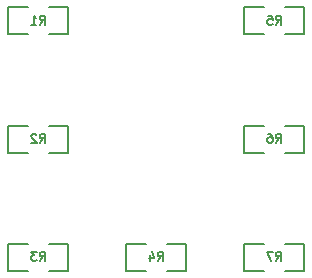
<source format=gbo>
G04 (created by PCBNEW (2013-07-07 BZR 4022)-stable) date 24.11.2014 19:09:12*
%MOIN*%
G04 Gerber Fmt 3.4, Leading zero omitted, Abs format*
%FSLAX34Y34*%
G01*
G70*
G90*
G04 APERTURE LIST*
%ADD10C,0.00590551*%
%ADD11C,0.005*%
%ADD12R,0.06X0.08*%
%ADD13C,0.066*%
%ADD14C,0.11811*%
%ADD15R,0.055X0.055*%
%ADD16C,0.055*%
%ADD17C,0.0688976*%
%ADD18C,0.0472441*%
%ADD19C,0.0787402*%
G04 APERTURE END LIST*
G54D10*
G54D11*
X100606Y-43250D02*
X100606Y-44150D01*
X100606Y-44150D02*
X99956Y-44150D01*
X99256Y-43250D02*
X98606Y-43250D01*
X98606Y-43250D02*
X98606Y-44150D01*
X98606Y-44150D02*
X99256Y-44150D01*
X99956Y-43250D02*
X100606Y-43250D01*
X108480Y-51124D02*
X108480Y-52024D01*
X108480Y-52024D02*
X107830Y-52024D01*
X107130Y-51124D02*
X106480Y-51124D01*
X106480Y-51124D02*
X106480Y-52024D01*
X106480Y-52024D02*
X107130Y-52024D01*
X107830Y-51124D02*
X108480Y-51124D01*
X100606Y-47187D02*
X100606Y-48087D01*
X100606Y-48087D02*
X99956Y-48087D01*
X99256Y-47187D02*
X98606Y-47187D01*
X98606Y-47187D02*
X98606Y-48087D01*
X98606Y-48087D02*
X99256Y-48087D01*
X99956Y-47187D02*
X100606Y-47187D01*
X100606Y-51124D02*
X100606Y-52024D01*
X100606Y-52024D02*
X99956Y-52024D01*
X99256Y-51124D02*
X98606Y-51124D01*
X98606Y-51124D02*
X98606Y-52024D01*
X98606Y-52024D02*
X99256Y-52024D01*
X99956Y-51124D02*
X100606Y-51124D01*
X104543Y-51124D02*
X104543Y-52024D01*
X104543Y-52024D02*
X103893Y-52024D01*
X103193Y-51124D02*
X102543Y-51124D01*
X102543Y-51124D02*
X102543Y-52024D01*
X102543Y-52024D02*
X103193Y-52024D01*
X103893Y-51124D02*
X104543Y-51124D01*
X108480Y-43250D02*
X108480Y-44150D01*
X108480Y-44150D02*
X107830Y-44150D01*
X107130Y-43250D02*
X106480Y-43250D01*
X106480Y-43250D02*
X106480Y-44150D01*
X106480Y-44150D02*
X107130Y-44150D01*
X107830Y-43250D02*
X108480Y-43250D01*
X108480Y-47187D02*
X108480Y-48087D01*
X108480Y-48087D02*
X107830Y-48087D01*
X107130Y-47187D02*
X106480Y-47187D01*
X106480Y-47187D02*
X106480Y-48087D01*
X106480Y-48087D02*
X107130Y-48087D01*
X107830Y-47187D02*
X108480Y-47187D01*
X99656Y-43822D02*
X99756Y-43679D01*
X99827Y-43822D02*
X99827Y-43522D01*
X99713Y-43522D01*
X99684Y-43536D01*
X99670Y-43550D01*
X99656Y-43579D01*
X99656Y-43622D01*
X99670Y-43650D01*
X99684Y-43665D01*
X99713Y-43679D01*
X99827Y-43679D01*
X99370Y-43822D02*
X99542Y-43822D01*
X99456Y-43822D02*
X99456Y-43522D01*
X99484Y-43565D01*
X99513Y-43593D01*
X99542Y-43607D01*
X107530Y-51696D02*
X107630Y-51553D01*
X107701Y-51696D02*
X107701Y-51396D01*
X107587Y-51396D01*
X107558Y-51410D01*
X107544Y-51424D01*
X107530Y-51453D01*
X107530Y-51496D01*
X107544Y-51524D01*
X107558Y-51539D01*
X107587Y-51553D01*
X107701Y-51553D01*
X107430Y-51396D02*
X107230Y-51396D01*
X107358Y-51696D01*
X99656Y-47759D02*
X99756Y-47616D01*
X99827Y-47759D02*
X99827Y-47459D01*
X99713Y-47459D01*
X99684Y-47473D01*
X99670Y-47487D01*
X99656Y-47516D01*
X99656Y-47559D01*
X99670Y-47587D01*
X99684Y-47602D01*
X99713Y-47616D01*
X99827Y-47616D01*
X99542Y-47487D02*
X99527Y-47473D01*
X99499Y-47459D01*
X99427Y-47459D01*
X99399Y-47473D01*
X99384Y-47487D01*
X99370Y-47516D01*
X99370Y-47544D01*
X99384Y-47587D01*
X99556Y-47759D01*
X99370Y-47759D01*
X99656Y-51696D02*
X99756Y-51553D01*
X99827Y-51696D02*
X99827Y-51396D01*
X99713Y-51396D01*
X99684Y-51410D01*
X99670Y-51424D01*
X99656Y-51453D01*
X99656Y-51496D01*
X99670Y-51524D01*
X99684Y-51539D01*
X99713Y-51553D01*
X99827Y-51553D01*
X99556Y-51396D02*
X99370Y-51396D01*
X99470Y-51510D01*
X99427Y-51510D01*
X99399Y-51524D01*
X99384Y-51539D01*
X99370Y-51567D01*
X99370Y-51639D01*
X99384Y-51667D01*
X99399Y-51681D01*
X99427Y-51696D01*
X99513Y-51696D01*
X99542Y-51681D01*
X99556Y-51667D01*
X103593Y-51696D02*
X103693Y-51553D01*
X103764Y-51696D02*
X103764Y-51396D01*
X103650Y-51396D01*
X103621Y-51410D01*
X103607Y-51424D01*
X103593Y-51453D01*
X103593Y-51496D01*
X103607Y-51524D01*
X103621Y-51539D01*
X103650Y-51553D01*
X103764Y-51553D01*
X103336Y-51496D02*
X103336Y-51696D01*
X103407Y-51381D02*
X103479Y-51596D01*
X103293Y-51596D01*
X107530Y-43822D02*
X107630Y-43679D01*
X107701Y-43822D02*
X107701Y-43522D01*
X107587Y-43522D01*
X107558Y-43536D01*
X107544Y-43550D01*
X107530Y-43579D01*
X107530Y-43622D01*
X107544Y-43650D01*
X107558Y-43665D01*
X107587Y-43679D01*
X107701Y-43679D01*
X107258Y-43522D02*
X107401Y-43522D01*
X107416Y-43665D01*
X107401Y-43650D01*
X107373Y-43636D01*
X107301Y-43636D01*
X107273Y-43650D01*
X107258Y-43665D01*
X107244Y-43693D01*
X107244Y-43765D01*
X107258Y-43793D01*
X107273Y-43807D01*
X107301Y-43822D01*
X107373Y-43822D01*
X107401Y-43807D01*
X107416Y-43793D01*
X107530Y-47759D02*
X107630Y-47616D01*
X107701Y-47759D02*
X107701Y-47459D01*
X107587Y-47459D01*
X107558Y-47473D01*
X107544Y-47487D01*
X107530Y-47516D01*
X107530Y-47559D01*
X107544Y-47587D01*
X107558Y-47602D01*
X107587Y-47616D01*
X107701Y-47616D01*
X107273Y-47459D02*
X107330Y-47459D01*
X107358Y-47473D01*
X107373Y-47487D01*
X107401Y-47530D01*
X107416Y-47587D01*
X107416Y-47702D01*
X107401Y-47730D01*
X107387Y-47744D01*
X107358Y-47759D01*
X107301Y-47759D01*
X107273Y-47744D01*
X107258Y-47730D01*
X107244Y-47702D01*
X107244Y-47630D01*
X107258Y-47602D01*
X107273Y-47587D01*
X107301Y-47573D01*
X107358Y-47573D01*
X107387Y-47587D01*
X107401Y-47602D01*
X107416Y-47630D01*
%LPC*%
G54D12*
X100256Y-43700D03*
X98956Y-43700D03*
X108130Y-51574D03*
X106830Y-51574D03*
X100256Y-47637D03*
X98956Y-47637D03*
X100256Y-51574D03*
X98956Y-51574D03*
X104193Y-51574D03*
X102893Y-51574D03*
X108130Y-43700D03*
X106830Y-43700D03*
X108130Y-47637D03*
X106830Y-47637D03*
G54D13*
X106980Y-53543D03*
X107980Y-53543D03*
X106980Y-49606D03*
X107980Y-49606D03*
X106980Y-45669D03*
X107980Y-45669D03*
X103043Y-49606D03*
X104043Y-49606D03*
X99106Y-53543D03*
X100106Y-53543D03*
X99106Y-49606D03*
X100106Y-49606D03*
X99106Y-45669D03*
X100106Y-45669D03*
G54D14*
X95387Y-40157D03*
X106187Y-40157D03*
X92387Y-40157D03*
X109187Y-40157D03*
G54D15*
X105043Y-47169D03*
G54D16*
X105043Y-46169D03*
X105043Y-45169D03*
X105043Y-44169D03*
X102043Y-44169D03*
X102043Y-45169D03*
X102043Y-46169D03*
X102043Y-47169D03*
G54D17*
X93996Y-54429D03*
X93996Y-52657D03*
X96555Y-52657D03*
X96555Y-54429D03*
G54D18*
X92125Y-45275D03*
X92125Y-46062D03*
G54D19*
X92125Y-46889D03*
X92125Y-43661D03*
G54D18*
X92125Y-44488D03*
M02*

</source>
